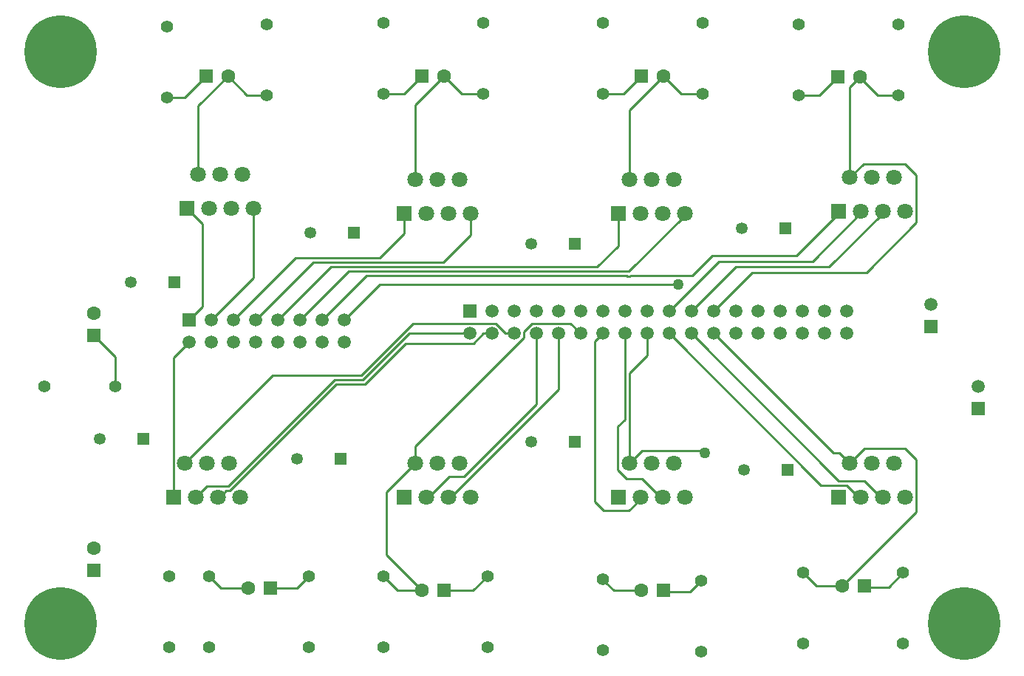
<source format=gtl>
G04 Layer_Physical_Order=1*
G04 Layer_Color=255*
%FSLAX25Y25*%
%MOIN*%
G70*
G01*
G75*
%ADD10C,0.01000*%
%ADD11R,0.07087X0.07087*%
%ADD12C,0.07087*%
%ADD13C,0.05512*%
%ADD14C,0.32677*%
%ADD15R,0.05906X0.05906*%
%ADD16C,0.05906*%
%ADD17R,0.05906X0.05906*%
%ADD18R,0.06299X0.06299*%
%ADD19C,0.06299*%
%ADD20R,0.06299X0.06299*%
%ADD21C,0.05315*%
%ADD22R,0.05315X0.05315*%
%ADD23C,0.05000*%
D10*
X261500Y148500D02*
X265000Y152000D01*
X261500Y76000D02*
Y148500D01*
Y76000D02*
X265500Y72000D01*
X116217Y133000D02*
X156000D01*
X76500Y93283D02*
X116217Y133000D01*
X167500Y80283D02*
X180500Y93283D01*
X167500Y52000D02*
Y80283D01*
Y52000D02*
X183500Y36000D01*
X195500Y77213D02*
X245000Y126713D01*
Y152000D01*
X371783Y98000D02*
X376500Y93283D01*
X369000Y98000D02*
X371783D01*
X315000Y152000D02*
X369000Y98000D01*
X383213Y85500D02*
X391500Y77213D01*
X371500Y85500D02*
X383213D01*
X305000Y152000D02*
X371500Y85500D01*
X376500Y93283D02*
X383217Y100000D01*
X401500D02*
X406543Y94957D01*
X373000Y38000D02*
X406543Y71543D01*
Y94957D01*
X383217Y100000D02*
X401500D01*
X180500Y93283D02*
Y101203D01*
X397500Y259500D02*
X398500Y260500D01*
X382717Y228500D02*
X401500D01*
X376500Y222284D02*
X382717Y228500D01*
X77500Y208362D02*
X84500Y201362D01*
Y164000D02*
Y201362D01*
X78500Y158000D02*
X84500Y164000D01*
X91500Y77213D02*
X95287Y81000D01*
X96828D01*
X86571Y83000D02*
X96000D01*
X81500Y77929D02*
X86571Y83000D01*
X71457Y140957D02*
X78500Y148000D01*
X71457Y91194D02*
Y140957D01*
Y91194D02*
X71500Y91151D01*
Y77929D02*
Y91151D01*
X185500Y77213D02*
X195811Y87524D01*
X202589D01*
X276787Y72000D02*
X282000Y77213D01*
X265500Y72000D02*
X276787D01*
X282713Y86500D02*
X292000Y77213D01*
X275935Y86500D02*
X282713D01*
X281000Y36000D02*
X282025Y37025D01*
X277000Y93283D02*
X282716Y99000D01*
X310000D01*
X311000Y98000D01*
X277000Y221284D02*
Y252561D01*
Y220567D02*
Y221284D01*
X376500Y222284D02*
Y263061D01*
X71500Y77213D02*
Y77929D01*
X112000Y259500D02*
X113500Y261000D01*
X82500Y223716D02*
Y254561D01*
Y223000D02*
Y223716D01*
X166000Y261000D02*
X167000Y260000D01*
X81500Y77213D02*
Y77929D01*
X353500Y260500D02*
X354500Y259500D01*
X375213Y83500D02*
X381500Y77213D01*
X44000Y128000D02*
X45000Y129000D01*
X193500Y35049D02*
X194451Y36000D01*
X277000Y93283D02*
Y134000D01*
X76500Y92567D02*
Y93283D01*
X210000Y260000D02*
X211000Y261000D01*
X180500Y221284D02*
Y255061D01*
Y220567D02*
Y221284D01*
X292500Y35500D02*
X304500D01*
X401500Y228500D02*
X406500Y223500D01*
Y208345D02*
Y223500D01*
X271957Y90478D02*
X275935Y86500D01*
X271957Y90478D02*
Y109957D01*
X363500Y83500D02*
X375213D01*
X295000Y152000D02*
X363500Y83500D01*
X235000Y119935D02*
Y152000D01*
X202589Y87524D02*
X235000Y119935D01*
X144828Y129000D02*
X157657D01*
X96828Y81000D02*
X144828Y129000D01*
X144000Y131000D02*
X156828D01*
X96000Y83000D02*
X144000Y131000D01*
X87500Y42500D02*
X92951Y37049D01*
X156828Y131000D02*
X177828Y152000D01*
X376500Y263061D02*
X381000Y267561D01*
X367287Y182000D02*
X391500Y206213D01*
X325000Y182000D02*
X367287D01*
X384000Y179500D02*
X406543Y202043D01*
Y208302D01*
X406500Y208345D02*
X406543Y208302D01*
X332500Y179500D02*
X384000D01*
X359672Y184500D02*
X381500Y206328D01*
X317500Y184500D02*
X359672D01*
X276787Y180000D02*
X302000Y205213D01*
X277616Y178000D02*
X305500D01*
X277409Y177793D02*
X277616Y178000D01*
X276166Y177793D02*
X277409D01*
X275959Y178000D02*
X276166Y177793D01*
X158500Y178000D02*
X275959D01*
X150500Y180000D02*
X276787D01*
X82500Y254561D02*
X96000Y268061D01*
X107500Y177000D02*
Y207646D01*
X88500Y158000D02*
X107500Y177000D01*
X205500Y196500D02*
Y205213D01*
X272000Y191500D02*
Y205213D01*
X371500Y206000D02*
Y206213D01*
X175500Y197000D02*
Y205213D01*
X277000Y134000D02*
X285000Y142000D01*
X104561Y259500D02*
X112000D01*
X96000Y268061D02*
X104561Y259500D01*
X201561Y260000D02*
X210000D01*
X193500Y268061D02*
X201561Y260000D01*
X35500Y151000D02*
X45000Y141500D01*
Y129000D02*
Y141500D01*
X180500Y255061D02*
X193500Y268061D01*
X157657Y129000D02*
X176204Y147547D01*
X98500Y158000D02*
X126500Y186000D01*
X76439Y258500D02*
X86000Y268061D01*
X68500Y258500D02*
X76439D01*
X282500Y35500D02*
Y36000D01*
X221297Y152000D02*
X225000D01*
X177828D02*
X205000D01*
X211297D02*
X215000D01*
X315000Y162000D02*
X332500Y179500D01*
X285000Y142000D02*
Y152000D01*
X216844Y156453D02*
X221297Y152000D01*
X156000Y133000D02*
X179453Y156453D01*
X216844D01*
X206844Y147547D02*
X211297Y152000D01*
X176204Y147547D02*
X206844D01*
X126500Y186000D02*
X164500D01*
X175500Y197000D01*
X229453Y152750D02*
X233203Y156500D01*
X250500D01*
X255000Y152000D01*
X229453Y150156D02*
Y152750D01*
X180500Y101203D02*
X229453Y150156D01*
X314500Y187000D02*
X352500D01*
X371500Y206000D01*
X108500Y158000D02*
X134500Y184000D01*
X193000D01*
X205500Y196500D01*
X118500Y158000D02*
X142500Y182000D01*
X128500Y158000D02*
X150500Y180000D01*
X148500Y158000D02*
X164500Y174000D01*
X299000D01*
X138500Y158000D02*
X158500Y178000D01*
X305500D02*
X314500Y187000D01*
X142500Y182000D02*
X262500D01*
X272000Y191500D01*
X275000Y113000D02*
Y152000D01*
X271957Y109957D02*
X275000Y113000D01*
X295000Y162000D02*
X317500Y184500D01*
X305000Y162000D02*
X325000Y182000D01*
X381031Y267530D02*
X389061Y259500D01*
X397500D01*
X354500D02*
X362939D01*
X371000Y267561D01*
X266000Y261000D02*
X267000Y260000D01*
X274439D01*
X282500Y268061D01*
X167000Y260000D02*
X175439D01*
X183500Y268061D01*
X292500Y268061D02*
X300561Y260000D01*
X310000D01*
X277000Y252561D02*
X292500Y268061D01*
X115000Y37049D02*
X127049D01*
X131500Y41500D01*
X132500D01*
X92951Y37049D02*
X105000D01*
X304500Y35500D02*
X308000Y39000D01*
X309500D01*
X265000Y39500D02*
X266500D01*
X270000Y36000D01*
X281000D01*
X383000Y37500D02*
X394000D01*
X361500Y38000D02*
X373000D01*
X355500Y44000D02*
X361500Y38000D01*
X394000Y37500D02*
X400500Y44000D01*
X194451Y36000D02*
X206500D01*
X213000Y42500D01*
X167500Y41000D02*
X172500Y36000D01*
X183500D01*
D11*
X371500Y206929D02*
D03*
Y77929D02*
D03*
X175500Y205929D02*
D03*
Y77929D02*
D03*
X71500D02*
D03*
X77500Y208362D02*
D03*
X272000Y205929D02*
D03*
Y77929D02*
D03*
D12*
X376500Y222284D02*
D03*
X381500Y206929D02*
D03*
X386500Y222284D02*
D03*
X391500Y206929D02*
D03*
X396500Y222284D02*
D03*
X401500Y206929D02*
D03*
X376500Y93283D02*
D03*
X381500Y77929D02*
D03*
X386500Y93283D02*
D03*
X391500Y77929D02*
D03*
X396500Y93283D02*
D03*
X401500Y77929D02*
D03*
X180500Y221284D02*
D03*
X185500Y205929D02*
D03*
X190500Y221284D02*
D03*
X195500Y205929D02*
D03*
X200500Y221284D02*
D03*
X205500Y205929D02*
D03*
X180500Y93283D02*
D03*
X185500Y77929D02*
D03*
X190500Y93283D02*
D03*
X195500Y77929D02*
D03*
X200500Y93283D02*
D03*
X205500Y77929D02*
D03*
X76500Y93283D02*
D03*
X81500Y77929D02*
D03*
X86500Y93283D02*
D03*
X91500Y77929D02*
D03*
X96500Y93283D02*
D03*
X101500Y77929D02*
D03*
X82500Y223716D02*
D03*
X87500Y208362D02*
D03*
X92500Y223716D02*
D03*
X97500Y208362D02*
D03*
X102500Y223716D02*
D03*
X107500Y208362D02*
D03*
X277000Y221284D02*
D03*
X282000Y205929D02*
D03*
X287000Y221284D02*
D03*
X292000Y205929D02*
D03*
X297000Y221284D02*
D03*
X302000Y205929D02*
D03*
X277000Y93283D02*
D03*
X282000Y77929D02*
D03*
X287000Y93283D02*
D03*
X292000Y77929D02*
D03*
X297000Y93283D02*
D03*
X302000Y77929D02*
D03*
D13*
X45000Y128000D02*
D03*
X13000D02*
D03*
X87500Y42500D02*
D03*
Y10500D02*
D03*
X355500Y44000D02*
D03*
Y12000D02*
D03*
X265000Y41000D02*
D03*
Y9000D02*
D03*
X398500Y259500D02*
D03*
Y291500D02*
D03*
X166000Y42500D02*
D03*
Y10500D02*
D03*
X310000Y260000D02*
D03*
Y292000D02*
D03*
X211000Y260000D02*
D03*
Y292000D02*
D03*
X113500Y259500D02*
D03*
Y291500D02*
D03*
X265000Y260000D02*
D03*
Y292000D02*
D03*
X213000Y42500D02*
D03*
Y10500D02*
D03*
X400500Y44000D02*
D03*
Y12000D02*
D03*
X132500Y42500D02*
D03*
Y10500D02*
D03*
X309500Y40500D02*
D03*
Y8500D02*
D03*
X166000Y260000D02*
D03*
Y292000D02*
D03*
X353500Y259500D02*
D03*
Y291500D02*
D03*
X68500Y258500D02*
D03*
Y290500D02*
D03*
X69500Y42500D02*
D03*
Y10500D02*
D03*
D14*
X428000Y21000D02*
D03*
X20500D02*
D03*
X428000Y279000D02*
D03*
X20500D02*
D03*
D15*
X78500Y158000D02*
D03*
X205000Y162000D02*
D03*
D16*
X78500Y148000D02*
D03*
X88500Y158000D02*
D03*
Y148000D02*
D03*
X98500Y158000D02*
D03*
Y148000D02*
D03*
X108500Y158000D02*
D03*
Y148000D02*
D03*
X118500Y158000D02*
D03*
Y148000D02*
D03*
X128500Y158000D02*
D03*
Y148000D02*
D03*
X138500Y158000D02*
D03*
Y148000D02*
D03*
X148500Y158000D02*
D03*
Y148000D02*
D03*
X375000Y152000D02*
D03*
Y162000D02*
D03*
X365000Y152000D02*
D03*
Y162000D02*
D03*
X355000Y152000D02*
D03*
Y162000D02*
D03*
X345000Y152000D02*
D03*
Y162000D02*
D03*
X335000Y152000D02*
D03*
Y162000D02*
D03*
X325000Y152000D02*
D03*
Y162000D02*
D03*
X315000Y152000D02*
D03*
Y162000D02*
D03*
X305000Y152000D02*
D03*
Y162000D02*
D03*
X295000Y152000D02*
D03*
Y162000D02*
D03*
X285000Y152000D02*
D03*
Y162000D02*
D03*
X275000Y152000D02*
D03*
Y162000D02*
D03*
X265000Y152000D02*
D03*
Y162000D02*
D03*
X255000Y152000D02*
D03*
Y162000D02*
D03*
X245000Y152000D02*
D03*
Y162000D02*
D03*
X235000Y152000D02*
D03*
Y162000D02*
D03*
X225000Y152000D02*
D03*
Y162000D02*
D03*
X215000Y152000D02*
D03*
Y162000D02*
D03*
X205000Y152000D02*
D03*
X413000Y165000D02*
D03*
X434500Y128000D02*
D03*
D17*
X413000Y155000D02*
D03*
X434500Y118000D02*
D03*
D18*
X35500Y151000D02*
D03*
Y45000D02*
D03*
D19*
Y161000D02*
D03*
X373000Y38000D02*
D03*
X105000Y37049D02*
D03*
X381000Y267561D02*
D03*
X292500Y268061D02*
D03*
X193500D02*
D03*
X282500Y36000D02*
D03*
X96000Y268061D02*
D03*
X183500Y36000D02*
D03*
X35500Y55000D02*
D03*
D20*
X383000Y38000D02*
D03*
X115000Y37049D02*
D03*
X371000Y267561D02*
D03*
X282500Y268061D02*
D03*
X183500D02*
D03*
X292500Y36000D02*
D03*
X86000Y268061D02*
D03*
X193500Y36000D02*
D03*
D21*
X328658Y90500D02*
D03*
X327658Y199500D02*
D03*
X232658Y103000D02*
D03*
Y192500D02*
D03*
X133158Y197500D02*
D03*
X127157Y95500D02*
D03*
X52157Y175000D02*
D03*
X38157Y104500D02*
D03*
D22*
X348342Y90500D02*
D03*
X347342Y199500D02*
D03*
X252343Y103000D02*
D03*
Y192500D02*
D03*
X152842Y197500D02*
D03*
X146843Y95500D02*
D03*
X71842Y175000D02*
D03*
X57842Y104500D02*
D03*
D23*
X311000Y98000D02*
D03*
X299000Y174000D02*
D03*
M02*

</source>
